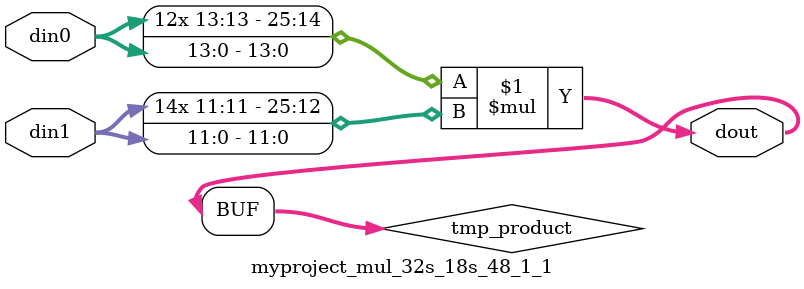
<source format=v>

`timescale 1 ns / 1 ps

  module myproject_mul_32s_18s_48_1_1(din0, din1, dout);
parameter ID = 1;
parameter NUM_STAGE = 0;
parameter din0_WIDTH = 14;
parameter din1_WIDTH = 12;
parameter dout_WIDTH = 26;

input [din0_WIDTH - 1 : 0] din0; 
input [din1_WIDTH - 1 : 0] din1; 
output [dout_WIDTH - 1 : 0] dout;

wire signed [dout_WIDTH - 1 : 0] tmp_product;













assign tmp_product = $signed(din0) * $signed(din1);








assign dout = tmp_product;







endmodule

</source>
